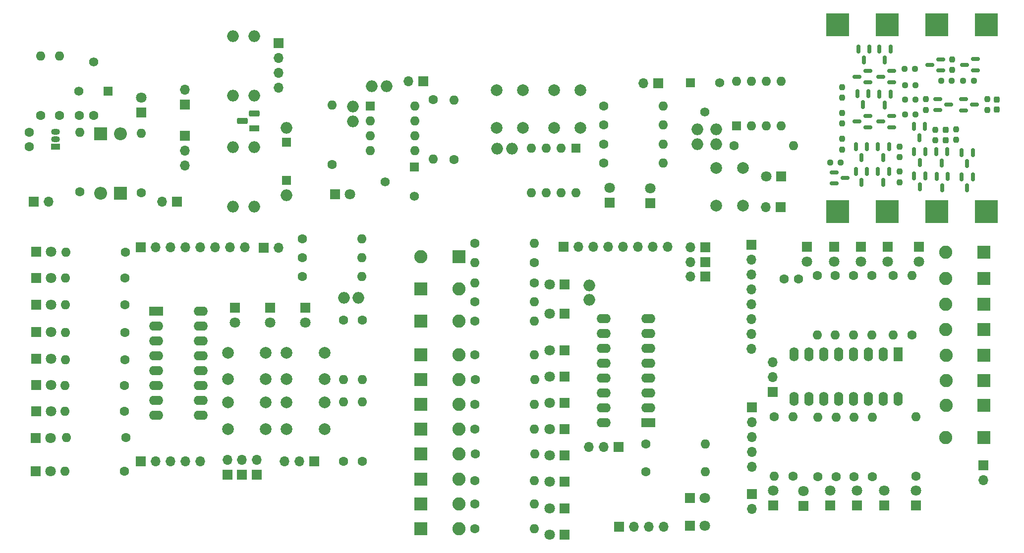
<source format=gbr>
%TF.GenerationSoftware,KiCad,Pcbnew,8.0.3*%
%TF.CreationDate,2024-10-06T13:21:57+03:00*%
%TF.ProjectId,JLC9,4a4c4339-2e6b-4696-9361-645f70636258,rev?*%
%TF.SameCoordinates,Original*%
%TF.FileFunction,Soldermask,Top*%
%TF.FilePolarity,Negative*%
%FSLAX46Y46*%
G04 Gerber Fmt 4.6, Leading zero omitted, Abs format (unit mm)*
G04 Created by KiCad (PCBNEW 8.0.3) date 2024-10-06 13:21:57*
%MOMM*%
%LPD*%
G01*
G04 APERTURE LIST*
G04 Aperture macros list*
%AMRoundRect*
0 Rectangle with rounded corners*
0 $1 Rounding radius*
0 $2 $3 $4 $5 $6 $7 $8 $9 X,Y pos of 4 corners*
0 Add a 4 corners polygon primitive as box body*
4,1,4,$2,$3,$4,$5,$6,$7,$8,$9,$2,$3,0*
0 Add four circle primitives for the rounded corners*
1,1,$1+$1,$2,$3*
1,1,$1+$1,$4,$5*
1,1,$1+$1,$6,$7*
1,1,$1+$1,$8,$9*
0 Add four rect primitives between the rounded corners*
20,1,$1+$1,$2,$3,$4,$5,0*
20,1,$1+$1,$4,$5,$6,$7,0*
20,1,$1+$1,$6,$7,$8,$9,0*
20,1,$1+$1,$8,$9,$2,$3,0*%
G04 Aperture macros list end*
%ADD10R,1.800000X1.800000*%
%ADD11C,1.800000*%
%ADD12RoundRect,0.237500X0.237500X-0.287500X0.237500X0.287500X-0.237500X0.287500X-0.237500X-0.287500X0*%
%ADD13C,2.000000*%
%ADD14O,2.000000X2.000000*%
%ADD15RoundRect,0.150000X-0.150000X0.587500X-0.150000X-0.587500X0.150000X-0.587500X0.150000X0.587500X0*%
%ADD16RoundRect,0.237500X-0.250000X-0.237500X0.250000X-0.237500X0.250000X0.237500X-0.250000X0.237500X0*%
%ADD17R,1.600000X1.600000*%
%ADD18O,1.600000X1.600000*%
%ADD19C,1.600000*%
%ADD20R,4.000000X4.000000*%
%ADD21RoundRect,0.150000X0.587500X0.150000X-0.587500X0.150000X-0.587500X-0.150000X0.587500X-0.150000X0*%
%ADD22RoundRect,0.150000X-0.587500X-0.150000X0.587500X-0.150000X0.587500X0.150000X-0.587500X0.150000X0*%
%ADD23R,1.700000X1.700000*%
%ADD24O,1.700000X1.700000*%
%ADD25RoundRect,0.237500X0.237500X-0.250000X0.237500X0.250000X-0.237500X0.250000X-0.237500X-0.250000X0*%
%ADD26RoundRect,0.237500X-0.237500X0.250000X-0.237500X-0.250000X0.237500X-0.250000X0.237500X0.250000X0*%
%ADD27R,1.560000X1.560000*%
%ADD28C,1.560000*%
%ADD29RoundRect,0.237500X0.250000X0.237500X-0.250000X0.237500X-0.250000X-0.237500X0.250000X-0.237500X0*%
%ADD30O,2.400000X1.600000*%
%ADD31R,2.400000X1.600000*%
%ADD32C,2.250000*%
%ADD33R,2.250000X2.250000*%
%ADD34R,2.200000X2.200000*%
%ADD35O,2.200000X2.200000*%
%ADD36R,1.500000X1.050000*%
%ADD37O,1.500000X1.050000*%
%ADD38R,1.800000X1.100000*%
%ADD39RoundRect,0.275000X0.625000X-0.275000X0.625000X0.275000X-0.625000X0.275000X-0.625000X-0.275000X0*%
%ADD40R,1.600000X2.400000*%
%ADD41O,1.600000X2.400000*%
G04 APERTURE END LIST*
D10*
%TO.C,D5*%
X187344218Y-87988282D03*
D11*
X184804218Y-87988282D03*
%TD*%
D12*
%TO.C,D2*%
X224215094Y-74794852D03*
X224215094Y-76544852D03*
%TD*%
D13*
%TO.C,SW1*%
X138800000Y-79690000D03*
X138800000Y-73190000D03*
X143300000Y-79690000D03*
X143300000Y-73190000D03*
%TD*%
D14*
%TO.C,C33*%
X176304218Y-79935782D03*
X176304218Y-82435782D03*
%TD*%
D15*
%TO.C,Q6*%
X219146344Y-85757352D03*
X218196344Y-83882352D03*
X220096344Y-83882352D03*
%TD*%
D16*
%TO.C,R11*%
X210340094Y-77344852D03*
X208515094Y-77344852D03*
%TD*%
D12*
%TO.C,D1*%
X215490094Y-80007352D03*
X215490094Y-81757352D03*
%TD*%
D17*
%TO.C,U2*%
X179754218Y-79288282D03*
D18*
X182294218Y-79288282D03*
X184834218Y-79288282D03*
X187374218Y-79288282D03*
X187374218Y-71668282D03*
X184834218Y-71668282D03*
X182294218Y-71668282D03*
X179754218Y-71668282D03*
%TD*%
D15*
%TO.C,Q24*%
X201515094Y-68032352D03*
X200565094Y-66157352D03*
X202465094Y-66157352D03*
%TD*%
D13*
%TO.C,SW3*%
X176314218Y-92985782D03*
X176314218Y-86485782D03*
X180814218Y-92985782D03*
X180814218Y-86485782D03*
%TD*%
D19*
%TO.C,R25*%
X131450000Y-85105000D03*
D18*
X131450000Y-74945000D03*
%TD*%
D19*
%TO.C,R20*%
X110700000Y-85935000D03*
D18*
X110700000Y-75775000D03*
%TD*%
D20*
%TO.C,PAD3*%
X213973426Y-94007352D03*
%TD*%
D21*
%TO.C,Q23*%
X204352594Y-70907352D03*
X206227594Y-69957352D03*
X206227594Y-71857352D03*
%TD*%
D20*
%TO.C,PAD4*%
X222440094Y-94007352D03*
%TD*%
D13*
%TO.C,SW2*%
X153050000Y-73190000D03*
X153050000Y-79690000D03*
X148550000Y-73190000D03*
X148550000Y-79690000D03*
%TD*%
D15*
%TO.C,Q14*%
X205102594Y-75782352D03*
X204152594Y-73907352D03*
X206052594Y-73907352D03*
%TD*%
D22*
%TO.C,Q18*%
X198277594Y-88219852D03*
X196402594Y-89169852D03*
X196402594Y-87269852D03*
%TD*%
D11*
%TO.C,D3*%
X165050000Y-89950000D03*
D10*
X165050000Y-92490000D03*
%TD*%
D18*
%TO.C,R19*%
X167210000Y-75940000D03*
D19*
X157050000Y-75940000D03*
%TD*%
%TO.C,R24*%
X127950000Y-74865000D03*
D18*
X127950000Y-85025000D03*
%TD*%
D23*
%TO.C,REF\u002A\u002A*%
X187279218Y-93185782D03*
D24*
X184739218Y-93185782D03*
%TD*%
D18*
%TO.C,R18*%
X167210000Y-85690000D03*
D19*
X157050000Y-85690000D03*
%TD*%
D25*
%TO.C,R4*%
X217270094Y-79907352D03*
X217270094Y-81732352D03*
%TD*%
D15*
%TO.C,Q5*%
X219146344Y-89882352D03*
X218196344Y-88007352D03*
X220096344Y-88007352D03*
%TD*%
%TO.C,Q4*%
X211040094Y-85607352D03*
X210090094Y-83732352D03*
X211990094Y-83732352D03*
%TD*%
D21*
%TO.C,Q16*%
X200340094Y-78594852D03*
X202215094Y-77644852D03*
X202215094Y-79544852D03*
%TD*%
D11*
%TO.C,D6*%
X158050000Y-89925000D03*
D10*
X158050000Y-92465000D03*
%TD*%
D24*
%TO.C,REF\u002A\u002A*%
X163790000Y-72000000D03*
D23*
X166330000Y-72000000D03*
%TD*%
D22*
%TO.C,Q8*%
X220427594Y-75719852D03*
X218552594Y-76669852D03*
X218552594Y-74769852D03*
%TD*%
D15*
%TO.C,Q3*%
X214815094Y-85632352D03*
X213865094Y-83757352D03*
X215765094Y-83757352D03*
%TD*%
D26*
%TO.C,R3*%
X216621344Y-69782352D03*
X216621344Y-67957352D03*
%TD*%
%TO.C,R2*%
X212052594Y-76582352D03*
X212052594Y-74757352D03*
%TD*%
D25*
%TO.C,R15*%
X197790094Y-72682352D03*
X197790094Y-74507352D03*
%TD*%
D21*
%TO.C,Q13*%
X204402594Y-78594852D03*
X206277594Y-77644852D03*
X206277594Y-79544852D03*
%TD*%
D15*
%TO.C,Q7*%
X210990094Y-81319852D03*
X210040094Y-79444852D03*
X211940094Y-79444852D03*
%TD*%
D25*
%TO.C,R6*%
X222552594Y-74757352D03*
X222552594Y-76582352D03*
%TD*%
D21*
%TO.C,Q11*%
X218683844Y-68869852D03*
X220558844Y-67919852D03*
X220558844Y-69819852D03*
%TD*%
D20*
%TO.C,PAD2*%
X205506760Y-94007352D03*
%TD*%
D18*
%TO.C,R21*%
X167210000Y-79190000D03*
D19*
X157050000Y-79190000D03*
%TD*%
D21*
%TO.C,Q20*%
X200352594Y-70907352D03*
X202227594Y-69957352D03*
X202227594Y-71857352D03*
%TD*%
D17*
%TO.C,U3*%
X117150000Y-75975000D03*
D18*
X117150000Y-78515000D03*
X117150000Y-81055000D03*
X117150000Y-83595000D03*
X124770000Y-83595000D03*
X124770000Y-81055000D03*
X124770000Y-78515000D03*
X124770000Y-75975000D03*
%TD*%
D20*
%TO.C,PAD5*%
X222456762Y-62007352D03*
%TD*%
%TO.C,PAD1*%
X197040094Y-94007352D03*
%TD*%
D16*
%TO.C,R14*%
X210340094Y-72344852D03*
X208515094Y-72344852D03*
%TD*%
D20*
%TO.C,PAD8*%
X197056762Y-62007352D03*
%TD*%
D16*
%TO.C,R8*%
X210340094Y-74844852D03*
X208515094Y-74844852D03*
%TD*%
D27*
%TO.C,RV2*%
X124690000Y-86350000D03*
D28*
X119690000Y-88850000D03*
X124690000Y-91350000D03*
%TD*%
D15*
%TO.C,Q15*%
X204840094Y-84719852D03*
X203890094Y-82844852D03*
X205790094Y-82844852D03*
%TD*%
D25*
%TO.C,R9*%
X207590094Y-82869852D03*
X207590094Y-84694852D03*
%TD*%
D22*
%TO.C,Q1*%
X215990094Y-75669852D03*
X214115094Y-76619852D03*
X214115094Y-74719852D03*
%TD*%
D14*
%TO.C,C31*%
X173054218Y-79935782D03*
X173054218Y-82435782D03*
%TD*%
D29*
%TO.C,R12*%
X208427594Y-69594852D03*
X210252594Y-69594852D03*
%TD*%
D20*
%TO.C,PAD7*%
X205523428Y-62007352D03*
%TD*%
D26*
%TO.C,R13*%
X207590094Y-88944852D03*
X207590094Y-87119852D03*
%TD*%
D15*
%TO.C,Q21*%
X205090094Y-68032352D03*
X204140094Y-66157352D03*
X206040094Y-66157352D03*
%TD*%
D16*
%TO.C,R5*%
X216533844Y-71619852D03*
X214708844Y-71619852D03*
%TD*%
D18*
%TO.C,R22*%
X167210000Y-82440000D03*
D19*
X157050000Y-82440000D03*
%TD*%
D20*
%TO.C,PAD6*%
X213990094Y-62007352D03*
%TD*%
D18*
%TO.C,U1*%
X152330000Y-90720000D03*
X149790000Y-90720000D03*
X147250000Y-90720000D03*
X144710000Y-90720000D03*
X144710000Y-83100000D03*
X147250000Y-83100000D03*
X149790000Y-83100000D03*
D17*
X152330000Y-83100000D03*
%TD*%
D15*
%TO.C,Q9*%
X214865094Y-89872352D03*
X213915094Y-87997352D03*
X215815094Y-87997352D03*
%TD*%
D25*
%TO.C,R16*%
X197790094Y-77107352D03*
X197790094Y-78932352D03*
%TD*%
D15*
%TO.C,Q19*%
X204840094Y-88969852D03*
X203890094Y-87094852D03*
X205790094Y-87094852D03*
%TD*%
D14*
%TO.C,C1*%
X119950000Y-72525000D03*
X117450000Y-72525000D03*
%TD*%
D23*
%TO.C,REF\u002A\u002A*%
X126250000Y-71700000D03*
D24*
X123710000Y-71700000D03*
%TD*%
D14*
%TO.C,C3*%
X141380000Y-83200000D03*
X138880000Y-83200000D03*
%TD*%
%TO.C,C5*%
X114200000Y-78525000D03*
X114200000Y-76025000D03*
%TD*%
D15*
%TO.C,Q22*%
X201090094Y-88969852D03*
X200140094Y-87094852D03*
X202040094Y-87094852D03*
%TD*%
D25*
%TO.C,R17*%
X197790094Y-81519852D03*
X197790094Y-83344852D03*
%TD*%
D27*
%TO.C,RV1*%
X171864218Y-71985782D03*
D28*
X174364218Y-76985782D03*
X176864218Y-71985782D03*
%TD*%
D19*
%TO.C,R23*%
X179304218Y-82738282D03*
D18*
X189464218Y-82738282D03*
%TD*%
D21*
%TO.C,Q2*%
X212746344Y-68919852D03*
X214621344Y-67969852D03*
X214621344Y-69869852D03*
%TD*%
D15*
%TO.C,Q10*%
X211040094Y-89757352D03*
X210090094Y-87882352D03*
X211990094Y-87882352D03*
%TD*%
D16*
%TO.C,R10*%
X197552594Y-85582352D03*
X195727594Y-85582352D03*
%TD*%
D26*
%TO.C,R1*%
X213740094Y-81794852D03*
X213740094Y-79969852D03*
%TD*%
D10*
%TO.C,D4*%
X111200000Y-91025000D03*
D11*
X113740000Y-91025000D03*
%TD*%
D15*
%TO.C,Q17*%
X201352594Y-75719852D03*
X200402594Y-73844852D03*
X202302594Y-73844852D03*
%TD*%
D29*
%TO.C,R7*%
X218458844Y-71619852D03*
X220283844Y-71619852D03*
%TD*%
D15*
%TO.C,Q12*%
X201090094Y-84719852D03*
X200140094Y-82844852D03*
X202040094Y-82844852D03*
%TD*%
D19*
%TO.C,R145*%
X210440000Y-139215000D03*
D18*
X210440000Y-129055000D03*
%TD*%
D30*
%TO.C,U6*%
X88220000Y-110975000D03*
X88220000Y-113515000D03*
X88220000Y-116055000D03*
X88220000Y-118595000D03*
X88220000Y-121135000D03*
X88220000Y-123675000D03*
X88220000Y-126215000D03*
X88220000Y-128755000D03*
X80600000Y-128755000D03*
X80600000Y-126215000D03*
X80600000Y-123675000D03*
X80600000Y-121135000D03*
X80600000Y-118595000D03*
X80600000Y-116055000D03*
X80600000Y-113515000D03*
D31*
X80600000Y-110975000D03*
%TD*%
D24*
%TO.C,REF\u002A\u002A*%
X95275000Y-136410000D03*
D23*
X95275000Y-138950000D03*
%TD*%
D11*
%TO.C,D35*%
X147810000Y-117650371D03*
D10*
X150350000Y-117650371D03*
%TD*%
D18*
%TO.C,R32*%
X145180000Y-148150371D03*
D19*
X135020000Y-148150371D03*
%TD*%
D18*
%TO.C,R23*%
X115760000Y-98600000D03*
D19*
X105600000Y-98600000D03*
%TD*%
D11*
%TO.C,D31*%
X100100000Y-112905000D03*
D10*
X100100000Y-110365000D03*
%TD*%
D32*
%TO.C,SW19*%
X132350000Y-139650371D03*
D33*
X125850000Y-139650371D03*
%TD*%
D18*
%TO.C,R29*%
X145260000Y-135400371D03*
D19*
X135100000Y-135400371D03*
%TD*%
D32*
%TO.C,SW18*%
X132350000Y-135400371D03*
D33*
X125850000Y-135400371D03*
%TD*%
%TO.C,SW61*%
X221990000Y-114135000D03*
D32*
X215490000Y-114135000D03*
%TD*%
D10*
%TO.C,D100*%
X185990000Y-144185000D03*
D11*
X185990000Y-141645000D03*
%TD*%
D23*
%TO.C,SW68*%
X185940000Y-124760000D03*
D24*
X185940000Y-122220000D03*
X185940000Y-119680000D03*
%TD*%
%TO.C,REF\u002A\u002A*%
X171910000Y-100075371D03*
D23*
X174450000Y-100075371D03*
%TD*%
D33*
%TO.C,SW63*%
X221990000Y-105385000D03*
D32*
X215490000Y-105385000D03*
%TD*%
%TO.C,SW11*%
X132350000Y-107150371D03*
D33*
X125850000Y-107150371D03*
%TD*%
D18*
%TO.C,R21*%
X115850000Y-122680000D03*
D19*
X115850000Y-112520000D03*
%TD*%
D10*
%TO.C,D92*%
X191140000Y-144225000D03*
D11*
X191140000Y-141685000D03*
%TD*%
%TO.C,D22*%
X62670000Y-100850000D03*
D10*
X60130000Y-100850000D03*
%TD*%
D11*
%TO.C,D30*%
X62600000Y-138350000D03*
D10*
X60060000Y-138350000D03*
%TD*%
D33*
%TO.C,SW66*%
X221990000Y-100885000D03*
D32*
X215490000Y-100885000D03*
%TD*%
D10*
%TO.C,D95*%
X196390000Y-99995000D03*
D11*
X196390000Y-102535000D03*
%TD*%
D18*
%TO.C,R13*%
X65060000Y-128100000D03*
D19*
X75220000Y-128100000D03*
%TD*%
D11*
%TO.C,D24*%
X62655000Y-109900000D03*
D10*
X60115000Y-109900000D03*
%TD*%
D18*
%TO.C,R26*%
X145260000Y-122650371D03*
D19*
X135100000Y-122650371D03*
%TD*%
D24*
%TO.C,REF\u002A\u002A*%
X92775000Y-136410000D03*
D23*
X92775000Y-138950000D03*
%TD*%
D18*
%TO.C,R38*%
X135020000Y-106150371D03*
D19*
X145180000Y-106150371D03*
%TD*%
D24*
%TO.C,REF\u002A\u002A*%
X88145000Y-136600000D03*
X85605000Y-136600000D03*
X83065000Y-136600000D03*
X80525000Y-136600000D03*
D23*
X77985000Y-136600000D03*
%TD*%
D11*
%TO.C,D44*%
X174310000Y-142900371D03*
D10*
X171770000Y-142900371D03*
%TD*%
D18*
%TO.C,R15*%
X65270000Y-132600000D03*
D19*
X75430000Y-132600000D03*
%TD*%
D32*
%TO.C,SW15*%
X132350000Y-122650371D03*
D33*
X125850000Y-122650371D03*
%TD*%
D11*
%TO.C,D26*%
X62655000Y-119150000D03*
D10*
X60115000Y-119150000D03*
%TD*%
D32*
%TO.C,SW17*%
X132350000Y-131150371D03*
D33*
X125850000Y-131150371D03*
%TD*%
D11*
%TO.C,D28*%
X62640000Y-128100000D03*
D10*
X60100000Y-128100000D03*
%TD*%
%TO.C,D97*%
X210440000Y-144210000D03*
D11*
X210440000Y-141670000D03*
%TD*%
D18*
%TO.C,R22*%
X112600000Y-122680000D03*
D19*
X112600000Y-112520000D03*
%TD*%
D11*
%TO.C,D33*%
X94100000Y-112905000D03*
D10*
X94100000Y-110365000D03*
%TD*%
D11*
%TO.C,D34*%
X147835000Y-111400371D03*
D10*
X150375000Y-111400371D03*
%TD*%
D14*
%TO.C,REF\u002A\u002A*%
X154575000Y-106575371D03*
X154575000Y-109075371D03*
%TD*%
D34*
%TO.C,D1*%
X71100000Y-80655000D03*
D35*
X71100000Y-90815000D03*
%TD*%
D34*
%TO.C,D2*%
X74530000Y-90825000D03*
D35*
X74530000Y-80665000D03*
%TD*%
D23*
%TO.C,J3*%
X85500000Y-75710000D03*
D24*
X85500000Y-73170000D03*
%TD*%
D19*
%TO.C,R2*%
X64110000Y-77515000D03*
D18*
X64110000Y-67355000D03*
%TD*%
D23*
%TO.C,SW1*%
X85500000Y-81010000D03*
D24*
X85500000Y-83550000D03*
X85500000Y-86090000D03*
%TD*%
D23*
%TO.C,J2*%
X84200000Y-92235000D03*
D24*
X81660000Y-92235000D03*
%TD*%
D10*
%TO.C,D3*%
X78100000Y-77035000D03*
D11*
X78100000Y-74495000D03*
%TD*%
D23*
%TO.C,J1*%
X59700000Y-92235000D03*
D24*
X62240000Y-92235000D03*
%TD*%
D19*
%TO.C,R1*%
X60870000Y-77515000D03*
D18*
X60870000Y-67355000D03*
%TD*%
D19*
%TO.C,R4*%
X78100000Y-90715000D03*
D18*
X78100000Y-80555000D03*
%TD*%
D27*
%TO.C,RV1*%
X72400000Y-73435000D03*
D28*
X69900000Y-68435000D03*
X67400000Y-73435000D03*
%TD*%
D36*
%TO.C,Q1*%
X63400000Y-82905000D03*
D37*
X63400000Y-81635000D03*
X63400000Y-80365000D03*
%TD*%
D19*
%TO.C,R3*%
X67600000Y-90615000D03*
D18*
X67600000Y-80455000D03*
%TD*%
D19*
%TO.C,C1*%
X58900000Y-82885000D03*
X58900000Y-80385000D03*
%TD*%
D14*
%TO.C,R190*%
X97350000Y-74170000D03*
X97350000Y-64010000D03*
%TD*%
%TO.C,R191*%
X97400000Y-93080000D03*
X97400000Y-82920000D03*
%TD*%
%TO.C,R221*%
X93700000Y-74170000D03*
X93700000Y-64010000D03*
%TD*%
D23*
%TO.C,REF\u002A\u002A*%
X101550000Y-65200000D03*
D24*
X101550000Y-67740000D03*
X101550000Y-70280000D03*
X101550000Y-72820000D03*
%TD*%
D17*
%TO.C,C29*%
X102850000Y-82150000D03*
D14*
X102850000Y-79650000D03*
%TD*%
D17*
%TO.C,C23*%
X102850000Y-88667621D03*
D14*
X102850000Y-91167621D03*
%TD*%
D19*
%TO.C,C2*%
X67450000Y-77535000D03*
X69950000Y-77535000D03*
%TD*%
D14*
%TO.C,R222*%
X93750000Y-93080000D03*
X93750000Y-82920000D03*
%TD*%
D38*
%TO.C,Q180*%
X97400000Y-79720000D03*
D39*
X95330000Y-78450000D03*
X97400000Y-77180000D03*
%TD*%
D18*
%TO.C,R30*%
X145180000Y-139900371D03*
D19*
X135020000Y-139900371D03*
%TD*%
D18*
%TO.C,R11*%
X65075000Y-119250000D03*
D19*
X75235000Y-119250000D03*
%TD*%
D11*
%TO.C,D38*%
X147835000Y-131150371D03*
D10*
X150375000Y-131150371D03*
%TD*%
D32*
%TO.C,SW12*%
X125850000Y-101650371D03*
D33*
X132350000Y-101650371D03*
%TD*%
D24*
%TO.C,J20*%
X167975000Y-99975371D03*
X165435000Y-99975371D03*
X162895000Y-99975371D03*
X160355000Y-99975371D03*
X157815000Y-99975371D03*
X155275000Y-99975371D03*
X152735000Y-99975371D03*
D23*
X150195000Y-99975371D03*
%TD*%
D18*
%TO.C,R20*%
X115850000Y-126520000D03*
D19*
X115850000Y-136680000D03*
%TD*%
D32*
%TO.C,SW14*%
X132350000Y-118400371D03*
D33*
X125850000Y-118400371D03*
%TD*%
D32*
%TO.C,SW21*%
X132350000Y-148150371D03*
D33*
X125850000Y-148150371D03*
%TD*%
D11*
%TO.C,D32*%
X106100000Y-112890000D03*
D10*
X106100000Y-110350000D03*
%TD*%
D33*
%TO.C,SW65*%
X222040000Y-122835000D03*
D32*
X215540000Y-122835000D03*
%TD*%
D24*
%TO.C,REF\u002A\u002A*%
X101540000Y-100175000D03*
D23*
X99000000Y-100175000D03*
%TD*%
D18*
%TO.C,R8*%
X65075000Y-105350000D03*
D19*
X75235000Y-105350000D03*
%TD*%
D18*
%TO.C,R9*%
X65075000Y-109850000D03*
D19*
X75235000Y-109850000D03*
%TD*%
D11*
%TO.C,D39*%
X147835000Y-135650371D03*
D10*
X150375000Y-135650371D03*
%TD*%
%TO.C,D91*%
X195740000Y-144210000D03*
D11*
X195740000Y-141670000D03*
%TD*%
D13*
%TO.C,SW6*%
X102850000Y-126600000D03*
X109350000Y-126600000D03*
X102850000Y-131100000D03*
X109350000Y-131100000D03*
%TD*%
D11*
%TO.C,D29*%
X62600000Y-132650000D03*
D10*
X60060000Y-132650000D03*
%TD*%
D24*
%TO.C,REF\u002A\u002A*%
X97775000Y-136410000D03*
D23*
X97775000Y-138950000D03*
%TD*%
D18*
%TO.C,R24*%
X145180000Y-112650371D03*
D19*
X135020000Y-112650371D03*
%TD*%
D18*
%TO.C,R25*%
X145180000Y-118400371D03*
D19*
X135020000Y-118400371D03*
%TD*%
D18*
%TO.C,R6*%
X65170000Y-100900000D03*
D19*
X75330000Y-100900000D03*
%TD*%
D13*
%TO.C,SW7*%
X99350000Y-122600000D03*
X92850000Y-122600000D03*
X99350000Y-118100000D03*
X92850000Y-118100000D03*
%TD*%
D19*
%TO.C,R146*%
X206540000Y-104905000D03*
D18*
X206540000Y-115065000D03*
%TD*%
D10*
%TO.C,D94*%
X200990000Y-99995000D03*
D11*
X200990000Y-102535000D03*
%TD*%
D24*
%TO.C,SW9*%
X154545000Y-134150371D03*
X157085000Y-134150371D03*
D23*
X159625000Y-134150371D03*
%TD*%
D19*
%TO.C,R143*%
X193540000Y-104905000D03*
D18*
X193540000Y-115065000D03*
%TD*%
D19*
%TO.C,C35*%
X190340000Y-105485000D03*
X187840000Y-105485000D03*
%TD*%
D18*
%TO.C,R34*%
X174430000Y-138400371D03*
D19*
X164270000Y-138400371D03*
%TD*%
D33*
%TO.C,SW60*%
X222040000Y-118535000D03*
D32*
X215540000Y-118535000D03*
%TD*%
D24*
%TO.C,J20*%
X95765000Y-100100000D03*
X93225000Y-100100000D03*
X90685000Y-100100000D03*
X88145000Y-100100000D03*
X85605000Y-100100000D03*
X83065000Y-100100000D03*
X80525000Y-100100000D03*
D23*
X77985000Y-100100000D03*
%TD*%
D19*
%TO.C,R141*%
X199740000Y-104905000D03*
D18*
X199740000Y-115065000D03*
%TD*%
%TO.C,R10*%
X65075000Y-114650000D03*
D19*
X75235000Y-114650000D03*
%TD*%
%TO.C,R147*%
X186190000Y-129055000D03*
D18*
X186190000Y-139215000D03*
%TD*%
D11*
%TO.C,D42*%
X147850000Y-149150371D03*
D10*
X150390000Y-149150371D03*
%TD*%
D18*
%TO.C,R28*%
X145180000Y-131150371D03*
D19*
X135020000Y-131150371D03*
%TD*%
D24*
%TO.C,REF\u002A\u002A*%
X167345000Y-147775371D03*
X164805000Y-147775371D03*
X162265000Y-147775371D03*
D23*
X159725000Y-147775371D03*
%TD*%
D10*
%TO.C,D96*%
X191790000Y-99995000D03*
D11*
X191790000Y-102535000D03*
%TD*%
D19*
%TO.C,R140*%
X202840000Y-104905000D03*
D18*
X202840000Y-115065000D03*
%TD*%
D19*
%TO.C,R139*%
X193640000Y-139245000D03*
D18*
X193640000Y-129085000D03*
%TD*%
D19*
%TO.C,R138*%
X196740000Y-139245000D03*
D18*
X196740000Y-129085000D03*
%TD*%
D11*
%TO.C,D6*%
X147835000Y-106400371D03*
D10*
X150375000Y-106400371D03*
%TD*%
D33*
%TO.C,SW64*%
X221990000Y-132585000D03*
D32*
X215490000Y-132585000D03*
%TD*%
%TO.C,SW10*%
X132350000Y-112650371D03*
D33*
X125850000Y-112650371D03*
%TD*%
D32*
%TO.C,SW16*%
X132350000Y-126900371D03*
D33*
X125850000Y-126900371D03*
%TD*%
D19*
%TO.C,R149*%
X189440000Y-139215000D03*
D18*
X189440000Y-129055000D03*
%TD*%
%TO.C,R36*%
X135020000Y-102650371D03*
D19*
X145180000Y-102650371D03*
%TD*%
D18*
%TO.C,R12*%
X65060000Y-123650000D03*
D19*
X75220000Y-123650000D03*
%TD*%
D18*
%TO.C,R17*%
X115760000Y-101850000D03*
D19*
X105600000Y-101850000D03*
%TD*%
D11*
%TO.C,D40*%
X147850000Y-140150371D03*
D10*
X150390000Y-140150371D03*
%TD*%
D19*
%TO.C,R137*%
X199840000Y-139245000D03*
D18*
X199840000Y-129085000D03*
%TD*%
D10*
%TO.C,D93*%
X205590000Y-99995000D03*
D11*
X205590000Y-102535000D03*
%TD*%
%TO.C,D41*%
X147835000Y-144650371D03*
D10*
X150375000Y-144650371D03*
%TD*%
D11*
%TO.C,D43*%
X174350000Y-147650371D03*
D10*
X171810000Y-147650371D03*
%TD*%
D18*
%TO.C,R31*%
X145180000Y-143900371D03*
D19*
X135020000Y-143900371D03*
%TD*%
D18*
%TO.C,R33*%
X174430000Y-133650371D03*
D19*
X164270000Y-133650371D03*
%TD*%
D11*
%TO.C,D25*%
X62655000Y-114500000D03*
D10*
X60115000Y-114500000D03*
%TD*%
D24*
%TO.C,SW4*%
X102560000Y-136600000D03*
X105100000Y-136600000D03*
D23*
X107640000Y-136600000D03*
%TD*%
D18*
%TO.C,R37*%
X145180000Y-99400371D03*
D19*
X135020000Y-99400371D03*
%TD*%
D18*
%TO.C,R18*%
X115760000Y-105100000D03*
D19*
X105600000Y-105100000D03*
%TD*%
D40*
%TO.C,U20*%
X207390000Y-118385000D03*
D41*
X204850000Y-118385000D03*
X202310000Y-118385000D03*
X199770000Y-118385000D03*
X197230000Y-118385000D03*
X194690000Y-118385000D03*
X192150000Y-118385000D03*
X189610000Y-118385000D03*
X189610000Y-126005000D03*
X192150000Y-126005000D03*
X194690000Y-126005000D03*
X197230000Y-126005000D03*
X199770000Y-126005000D03*
X202310000Y-126005000D03*
X204850000Y-126005000D03*
X207390000Y-126005000D03*
%TD*%
D33*
%TO.C,SW62*%
X221990000Y-109785000D03*
D32*
X215490000Y-109785000D03*
%TD*%
D10*
%TO.C,D90*%
X200340000Y-144210000D03*
D11*
X200340000Y-141670000D03*
%TD*%
D13*
%TO.C,SW5*%
X92850000Y-126600000D03*
X99350000Y-126600000D03*
X92850000Y-131100000D03*
X99350000Y-131100000D03*
%TD*%
D19*
%TO.C,R144*%
X209740000Y-115015000D03*
D18*
X209740000Y-104855000D03*
%TD*%
%TO.C,R19*%
X112600000Y-126520000D03*
D19*
X112600000Y-136680000D03*
%TD*%
D18*
%TO.C,R16*%
X65005000Y-138350000D03*
D19*
X75165000Y-138350000D03*
%TD*%
D24*
%TO.C,REF\u002A\u002A*%
X171910000Y-102575371D03*
D23*
X174450000Y-102575371D03*
%TD*%
D11*
%TO.C,D36*%
X147835000Y-122150371D03*
D10*
X150375000Y-122150371D03*
%TD*%
D11*
%TO.C,D23*%
X62655000Y-105350000D03*
D10*
X60115000Y-105350000D03*
%TD*%
D32*
%TO.C,SW20*%
X132350000Y-143900371D03*
D33*
X125850000Y-143900371D03*
%TD*%
D24*
%TO.C,REF\u002A\u002A*%
X171910000Y-105075371D03*
D23*
X174450000Y-105075371D03*
%TD*%
D11*
%TO.C,D27*%
X62640000Y-123600000D03*
D10*
X60100000Y-123600000D03*
%TD*%
D19*
%TO.C,R136*%
X202940000Y-139245000D03*
D18*
X202940000Y-129085000D03*
%TD*%
D10*
%TO.C,D99*%
X210940000Y-99995000D03*
D11*
X210940000Y-102535000D03*
%TD*%
%TO.C,D37*%
X147850000Y-126650371D03*
D10*
X150390000Y-126650371D03*
%TD*%
D33*
%TO.C,SW67*%
X222040000Y-127085000D03*
D32*
X215540000Y-127085000D03*
%TD*%
D19*
%TO.C,R142*%
X196640000Y-104925000D03*
D18*
X196640000Y-115085000D03*
%TD*%
D13*
%TO.C,SW8*%
X109350000Y-122600000D03*
X102850000Y-122600000D03*
X109350000Y-118100000D03*
X102850000Y-118100000D03*
%TD*%
D23*
%TO.C,REF\u002A\u002A*%
X182350000Y-127400000D03*
D24*
X182350000Y-129940000D03*
X182350000Y-132480000D03*
X182350000Y-135020000D03*
X182350000Y-137560000D03*
%TD*%
D18*
%TO.C,R35*%
X145180000Y-109400371D03*
D19*
X135020000Y-109400371D03*
%TD*%
D23*
%TO.C,REF\u002A\u002A*%
X221900000Y-137285000D03*
D24*
X221900000Y-139825000D03*
%TD*%
D14*
%TO.C,REF\u002A\u002A*%
X115175000Y-108675000D03*
X112675000Y-108675000D03*
%TD*%
D23*
%TO.C,REF\u002A\u002A*%
X182350000Y-142205000D03*
D24*
X182350000Y-144745000D03*
%TD*%
D18*
%TO.C,R27*%
X145180000Y-126900371D03*
D19*
X135020000Y-126900371D03*
%TD*%
D30*
%TO.C,U7*%
X157030000Y-130050371D03*
X157030000Y-127510371D03*
X157030000Y-124970371D03*
X157030000Y-122430371D03*
X157030000Y-119890371D03*
X157030000Y-117350371D03*
X157030000Y-114810371D03*
X157030000Y-112270371D03*
X164650000Y-112270371D03*
X164650000Y-114810371D03*
X164650000Y-117350371D03*
X164650000Y-119890371D03*
X164650000Y-122430371D03*
X164650000Y-124970371D03*
X164650000Y-127510371D03*
D31*
X164650000Y-130050371D03*
%TD*%
D10*
%TO.C,D89*%
X204940000Y-144210000D03*
D11*
X204940000Y-141670000D03*
%TD*%
D23*
%TO.C,J20*%
X182330000Y-99615000D03*
D24*
X182330000Y-102155000D03*
X182330000Y-104695000D03*
X182330000Y-107235000D03*
X182330000Y-109775000D03*
X182330000Y-112315000D03*
X182330000Y-114855000D03*
X182330000Y-117395000D03*
%TD*%
M02*

</source>
